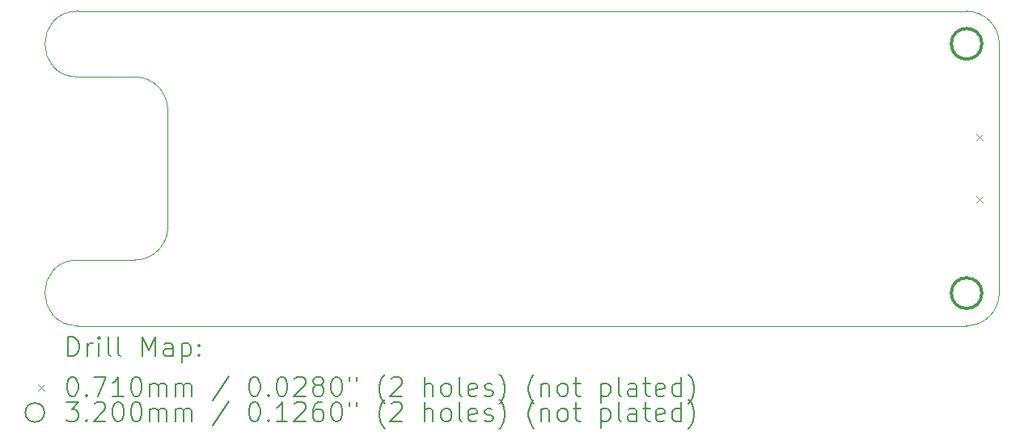
<source format=gbr>
%TF.GenerationSoftware,KiCad,Pcbnew,7.0.2*%
%TF.CreationDate,2024-05-08T22:38:07+07:00*%
%TF.ProjectId,multiport component tester,6d756c74-6970-46f7-9274-20636f6d706f,rev?*%
%TF.SameCoordinates,Original*%
%TF.FileFunction,Drillmap*%
%TF.FilePolarity,Positive*%
%FSLAX45Y45*%
G04 Gerber Fmt 4.5, Leading zero omitted, Abs format (unit mm)*
G04 Created by KiCad (PCBNEW 7.0.2) date 2024-05-08 22:38:07*
%MOMM*%
%LPD*%
G01*
G04 APERTURE LIST*
%ADD10C,0.100000*%
%ADD11C,0.200000*%
%ADD12C,0.071000*%
%ADD13C,0.320000*%
G04 APERTURE END LIST*
D10*
X7367000Y-8729026D02*
X7367000Y-9958974D01*
X6426013Y-10303974D02*
X7022000Y-10303974D01*
X16071000Y-8039000D02*
G75*
G03*
X15726000Y-7694000I-345000J0D01*
G01*
X6426013Y-8384026D02*
X7022000Y-8384026D01*
X7367004Y-8729026D02*
G75*
G03*
X7022000Y-8384026I-345004J-4D01*
G01*
X6426013Y-7694000D02*
X15726000Y-7694000D01*
X15726000Y-10994000D02*
X6426013Y-10994000D01*
X6426013Y-10303974D02*
G75*
G03*
X6426013Y-10994000I0J-345013D01*
G01*
X15726000Y-10994000D02*
G75*
G03*
X16071000Y-10649000I0J345000D01*
G01*
X7022000Y-10303974D02*
G75*
G03*
X7367000Y-9958974I0J345000D01*
G01*
X6426013Y-7694000D02*
G75*
G03*
X6426013Y-8384026I0J-345013D01*
G01*
X16071000Y-8039000D02*
X16071000Y-10649000D01*
D11*
D12*
X15827000Y-8983000D02*
X15898000Y-9054000D01*
X15898000Y-8983000D02*
X15827000Y-9054000D01*
X15827000Y-9634000D02*
X15898000Y-9705000D01*
X15898000Y-9634000D02*
X15827000Y-9705000D01*
D13*
X15888500Y-8036500D02*
G75*
G03*
X15888500Y-8036500I-160000J0D01*
G01*
X15888500Y-10651500D02*
G75*
G03*
X15888500Y-10651500I-160000J0D01*
G01*
D11*
X6323619Y-11311524D02*
X6323619Y-11111524D01*
X6323619Y-11111524D02*
X6371238Y-11111524D01*
X6371238Y-11111524D02*
X6399809Y-11121048D01*
X6399809Y-11121048D02*
X6418857Y-11140095D01*
X6418857Y-11140095D02*
X6428381Y-11159143D01*
X6428381Y-11159143D02*
X6437905Y-11197238D01*
X6437905Y-11197238D02*
X6437905Y-11225809D01*
X6437905Y-11225809D02*
X6428381Y-11263905D01*
X6428381Y-11263905D02*
X6418857Y-11282952D01*
X6418857Y-11282952D02*
X6399809Y-11302000D01*
X6399809Y-11302000D02*
X6371238Y-11311524D01*
X6371238Y-11311524D02*
X6323619Y-11311524D01*
X6523619Y-11311524D02*
X6523619Y-11178190D01*
X6523619Y-11216286D02*
X6533143Y-11197238D01*
X6533143Y-11197238D02*
X6542667Y-11187714D01*
X6542667Y-11187714D02*
X6561714Y-11178190D01*
X6561714Y-11178190D02*
X6580762Y-11178190D01*
X6647428Y-11311524D02*
X6647428Y-11178190D01*
X6647428Y-11111524D02*
X6637905Y-11121048D01*
X6637905Y-11121048D02*
X6647428Y-11130571D01*
X6647428Y-11130571D02*
X6656952Y-11121048D01*
X6656952Y-11121048D02*
X6647428Y-11111524D01*
X6647428Y-11111524D02*
X6647428Y-11130571D01*
X6771238Y-11311524D02*
X6752190Y-11302000D01*
X6752190Y-11302000D02*
X6742667Y-11282952D01*
X6742667Y-11282952D02*
X6742667Y-11111524D01*
X6876000Y-11311524D02*
X6856952Y-11302000D01*
X6856952Y-11302000D02*
X6847428Y-11282952D01*
X6847428Y-11282952D02*
X6847428Y-11111524D01*
X7104571Y-11311524D02*
X7104571Y-11111524D01*
X7104571Y-11111524D02*
X7171238Y-11254381D01*
X7171238Y-11254381D02*
X7237905Y-11111524D01*
X7237905Y-11111524D02*
X7237905Y-11311524D01*
X7418857Y-11311524D02*
X7418857Y-11206762D01*
X7418857Y-11206762D02*
X7409333Y-11187714D01*
X7409333Y-11187714D02*
X7390286Y-11178190D01*
X7390286Y-11178190D02*
X7352190Y-11178190D01*
X7352190Y-11178190D02*
X7333143Y-11187714D01*
X7418857Y-11302000D02*
X7399809Y-11311524D01*
X7399809Y-11311524D02*
X7352190Y-11311524D01*
X7352190Y-11311524D02*
X7333143Y-11302000D01*
X7333143Y-11302000D02*
X7323619Y-11282952D01*
X7323619Y-11282952D02*
X7323619Y-11263905D01*
X7323619Y-11263905D02*
X7333143Y-11244857D01*
X7333143Y-11244857D02*
X7352190Y-11235333D01*
X7352190Y-11235333D02*
X7399809Y-11235333D01*
X7399809Y-11235333D02*
X7418857Y-11225809D01*
X7514095Y-11178190D02*
X7514095Y-11378190D01*
X7514095Y-11187714D02*
X7533143Y-11178190D01*
X7533143Y-11178190D02*
X7571238Y-11178190D01*
X7571238Y-11178190D02*
X7590286Y-11187714D01*
X7590286Y-11187714D02*
X7599809Y-11197238D01*
X7599809Y-11197238D02*
X7609333Y-11216286D01*
X7609333Y-11216286D02*
X7609333Y-11273428D01*
X7609333Y-11273428D02*
X7599809Y-11292476D01*
X7599809Y-11292476D02*
X7590286Y-11302000D01*
X7590286Y-11302000D02*
X7571238Y-11311524D01*
X7571238Y-11311524D02*
X7533143Y-11311524D01*
X7533143Y-11311524D02*
X7514095Y-11302000D01*
X7695048Y-11292476D02*
X7704571Y-11302000D01*
X7704571Y-11302000D02*
X7695048Y-11311524D01*
X7695048Y-11311524D02*
X7685524Y-11302000D01*
X7685524Y-11302000D02*
X7695048Y-11292476D01*
X7695048Y-11292476D02*
X7695048Y-11311524D01*
X7695048Y-11187714D02*
X7704571Y-11197238D01*
X7704571Y-11197238D02*
X7695048Y-11206762D01*
X7695048Y-11206762D02*
X7685524Y-11197238D01*
X7685524Y-11197238D02*
X7695048Y-11187714D01*
X7695048Y-11187714D02*
X7695048Y-11206762D01*
D12*
X6005000Y-11603500D02*
X6076000Y-11674500D01*
X6076000Y-11603500D02*
X6005000Y-11674500D01*
D11*
X6361714Y-11531524D02*
X6380762Y-11531524D01*
X6380762Y-11531524D02*
X6399809Y-11541048D01*
X6399809Y-11541048D02*
X6409333Y-11550571D01*
X6409333Y-11550571D02*
X6418857Y-11569619D01*
X6418857Y-11569619D02*
X6428381Y-11607714D01*
X6428381Y-11607714D02*
X6428381Y-11655333D01*
X6428381Y-11655333D02*
X6418857Y-11693428D01*
X6418857Y-11693428D02*
X6409333Y-11712476D01*
X6409333Y-11712476D02*
X6399809Y-11722000D01*
X6399809Y-11722000D02*
X6380762Y-11731524D01*
X6380762Y-11731524D02*
X6361714Y-11731524D01*
X6361714Y-11731524D02*
X6342667Y-11722000D01*
X6342667Y-11722000D02*
X6333143Y-11712476D01*
X6333143Y-11712476D02*
X6323619Y-11693428D01*
X6323619Y-11693428D02*
X6314095Y-11655333D01*
X6314095Y-11655333D02*
X6314095Y-11607714D01*
X6314095Y-11607714D02*
X6323619Y-11569619D01*
X6323619Y-11569619D02*
X6333143Y-11550571D01*
X6333143Y-11550571D02*
X6342667Y-11541048D01*
X6342667Y-11541048D02*
X6361714Y-11531524D01*
X6514095Y-11712476D02*
X6523619Y-11722000D01*
X6523619Y-11722000D02*
X6514095Y-11731524D01*
X6514095Y-11731524D02*
X6504571Y-11722000D01*
X6504571Y-11722000D02*
X6514095Y-11712476D01*
X6514095Y-11712476D02*
X6514095Y-11731524D01*
X6590286Y-11531524D02*
X6723619Y-11531524D01*
X6723619Y-11531524D02*
X6637905Y-11731524D01*
X6904571Y-11731524D02*
X6790286Y-11731524D01*
X6847428Y-11731524D02*
X6847428Y-11531524D01*
X6847428Y-11531524D02*
X6828381Y-11560095D01*
X6828381Y-11560095D02*
X6809333Y-11579143D01*
X6809333Y-11579143D02*
X6790286Y-11588667D01*
X7028381Y-11531524D02*
X7047429Y-11531524D01*
X7047429Y-11531524D02*
X7066476Y-11541048D01*
X7066476Y-11541048D02*
X7076000Y-11550571D01*
X7076000Y-11550571D02*
X7085524Y-11569619D01*
X7085524Y-11569619D02*
X7095048Y-11607714D01*
X7095048Y-11607714D02*
X7095048Y-11655333D01*
X7095048Y-11655333D02*
X7085524Y-11693428D01*
X7085524Y-11693428D02*
X7076000Y-11712476D01*
X7076000Y-11712476D02*
X7066476Y-11722000D01*
X7066476Y-11722000D02*
X7047429Y-11731524D01*
X7047429Y-11731524D02*
X7028381Y-11731524D01*
X7028381Y-11731524D02*
X7009333Y-11722000D01*
X7009333Y-11722000D02*
X6999809Y-11712476D01*
X6999809Y-11712476D02*
X6990286Y-11693428D01*
X6990286Y-11693428D02*
X6980762Y-11655333D01*
X6980762Y-11655333D02*
X6980762Y-11607714D01*
X6980762Y-11607714D02*
X6990286Y-11569619D01*
X6990286Y-11569619D02*
X6999809Y-11550571D01*
X6999809Y-11550571D02*
X7009333Y-11541048D01*
X7009333Y-11541048D02*
X7028381Y-11531524D01*
X7180762Y-11731524D02*
X7180762Y-11598190D01*
X7180762Y-11617238D02*
X7190286Y-11607714D01*
X7190286Y-11607714D02*
X7209333Y-11598190D01*
X7209333Y-11598190D02*
X7237905Y-11598190D01*
X7237905Y-11598190D02*
X7256952Y-11607714D01*
X7256952Y-11607714D02*
X7266476Y-11626762D01*
X7266476Y-11626762D02*
X7266476Y-11731524D01*
X7266476Y-11626762D02*
X7276000Y-11607714D01*
X7276000Y-11607714D02*
X7295048Y-11598190D01*
X7295048Y-11598190D02*
X7323619Y-11598190D01*
X7323619Y-11598190D02*
X7342667Y-11607714D01*
X7342667Y-11607714D02*
X7352190Y-11626762D01*
X7352190Y-11626762D02*
X7352190Y-11731524D01*
X7447429Y-11731524D02*
X7447429Y-11598190D01*
X7447429Y-11617238D02*
X7456952Y-11607714D01*
X7456952Y-11607714D02*
X7476000Y-11598190D01*
X7476000Y-11598190D02*
X7504571Y-11598190D01*
X7504571Y-11598190D02*
X7523619Y-11607714D01*
X7523619Y-11607714D02*
X7533143Y-11626762D01*
X7533143Y-11626762D02*
X7533143Y-11731524D01*
X7533143Y-11626762D02*
X7542667Y-11607714D01*
X7542667Y-11607714D02*
X7561714Y-11598190D01*
X7561714Y-11598190D02*
X7590286Y-11598190D01*
X7590286Y-11598190D02*
X7609333Y-11607714D01*
X7609333Y-11607714D02*
X7618857Y-11626762D01*
X7618857Y-11626762D02*
X7618857Y-11731524D01*
X8009333Y-11522000D02*
X7837905Y-11779143D01*
X8266476Y-11531524D02*
X8285524Y-11531524D01*
X8285524Y-11531524D02*
X8304572Y-11541048D01*
X8304572Y-11541048D02*
X8314095Y-11550571D01*
X8314095Y-11550571D02*
X8323619Y-11569619D01*
X8323619Y-11569619D02*
X8333143Y-11607714D01*
X8333143Y-11607714D02*
X8333143Y-11655333D01*
X8333143Y-11655333D02*
X8323619Y-11693428D01*
X8323619Y-11693428D02*
X8314095Y-11712476D01*
X8314095Y-11712476D02*
X8304572Y-11722000D01*
X8304572Y-11722000D02*
X8285524Y-11731524D01*
X8285524Y-11731524D02*
X8266476Y-11731524D01*
X8266476Y-11731524D02*
X8247429Y-11722000D01*
X8247429Y-11722000D02*
X8237905Y-11712476D01*
X8237905Y-11712476D02*
X8228381Y-11693428D01*
X8228381Y-11693428D02*
X8218857Y-11655333D01*
X8218857Y-11655333D02*
X8218857Y-11607714D01*
X8218857Y-11607714D02*
X8228381Y-11569619D01*
X8228381Y-11569619D02*
X8237905Y-11550571D01*
X8237905Y-11550571D02*
X8247429Y-11541048D01*
X8247429Y-11541048D02*
X8266476Y-11531524D01*
X8418857Y-11712476D02*
X8428381Y-11722000D01*
X8428381Y-11722000D02*
X8418857Y-11731524D01*
X8418857Y-11731524D02*
X8409334Y-11722000D01*
X8409334Y-11722000D02*
X8418857Y-11712476D01*
X8418857Y-11712476D02*
X8418857Y-11731524D01*
X8552191Y-11531524D02*
X8571238Y-11531524D01*
X8571238Y-11531524D02*
X8590286Y-11541048D01*
X8590286Y-11541048D02*
X8599810Y-11550571D01*
X8599810Y-11550571D02*
X8609334Y-11569619D01*
X8609334Y-11569619D02*
X8618857Y-11607714D01*
X8618857Y-11607714D02*
X8618857Y-11655333D01*
X8618857Y-11655333D02*
X8609334Y-11693428D01*
X8609334Y-11693428D02*
X8599810Y-11712476D01*
X8599810Y-11712476D02*
X8590286Y-11722000D01*
X8590286Y-11722000D02*
X8571238Y-11731524D01*
X8571238Y-11731524D02*
X8552191Y-11731524D01*
X8552191Y-11731524D02*
X8533143Y-11722000D01*
X8533143Y-11722000D02*
X8523619Y-11712476D01*
X8523619Y-11712476D02*
X8514095Y-11693428D01*
X8514095Y-11693428D02*
X8504572Y-11655333D01*
X8504572Y-11655333D02*
X8504572Y-11607714D01*
X8504572Y-11607714D02*
X8514095Y-11569619D01*
X8514095Y-11569619D02*
X8523619Y-11550571D01*
X8523619Y-11550571D02*
X8533143Y-11541048D01*
X8533143Y-11541048D02*
X8552191Y-11531524D01*
X8695048Y-11550571D02*
X8704572Y-11541048D01*
X8704572Y-11541048D02*
X8723619Y-11531524D01*
X8723619Y-11531524D02*
X8771238Y-11531524D01*
X8771238Y-11531524D02*
X8790286Y-11541048D01*
X8790286Y-11541048D02*
X8799810Y-11550571D01*
X8799810Y-11550571D02*
X8809334Y-11569619D01*
X8809334Y-11569619D02*
X8809334Y-11588667D01*
X8809334Y-11588667D02*
X8799810Y-11617238D01*
X8799810Y-11617238D02*
X8685524Y-11731524D01*
X8685524Y-11731524D02*
X8809334Y-11731524D01*
X8923619Y-11617238D02*
X8904572Y-11607714D01*
X8904572Y-11607714D02*
X8895048Y-11598190D01*
X8895048Y-11598190D02*
X8885524Y-11579143D01*
X8885524Y-11579143D02*
X8885524Y-11569619D01*
X8885524Y-11569619D02*
X8895048Y-11550571D01*
X8895048Y-11550571D02*
X8904572Y-11541048D01*
X8904572Y-11541048D02*
X8923619Y-11531524D01*
X8923619Y-11531524D02*
X8961715Y-11531524D01*
X8961715Y-11531524D02*
X8980762Y-11541048D01*
X8980762Y-11541048D02*
X8990286Y-11550571D01*
X8990286Y-11550571D02*
X8999810Y-11569619D01*
X8999810Y-11569619D02*
X8999810Y-11579143D01*
X8999810Y-11579143D02*
X8990286Y-11598190D01*
X8990286Y-11598190D02*
X8980762Y-11607714D01*
X8980762Y-11607714D02*
X8961715Y-11617238D01*
X8961715Y-11617238D02*
X8923619Y-11617238D01*
X8923619Y-11617238D02*
X8904572Y-11626762D01*
X8904572Y-11626762D02*
X8895048Y-11636286D01*
X8895048Y-11636286D02*
X8885524Y-11655333D01*
X8885524Y-11655333D02*
X8885524Y-11693428D01*
X8885524Y-11693428D02*
X8895048Y-11712476D01*
X8895048Y-11712476D02*
X8904572Y-11722000D01*
X8904572Y-11722000D02*
X8923619Y-11731524D01*
X8923619Y-11731524D02*
X8961715Y-11731524D01*
X8961715Y-11731524D02*
X8980762Y-11722000D01*
X8980762Y-11722000D02*
X8990286Y-11712476D01*
X8990286Y-11712476D02*
X8999810Y-11693428D01*
X8999810Y-11693428D02*
X8999810Y-11655333D01*
X8999810Y-11655333D02*
X8990286Y-11636286D01*
X8990286Y-11636286D02*
X8980762Y-11626762D01*
X8980762Y-11626762D02*
X8961715Y-11617238D01*
X9123619Y-11531524D02*
X9142667Y-11531524D01*
X9142667Y-11531524D02*
X9161715Y-11541048D01*
X9161715Y-11541048D02*
X9171238Y-11550571D01*
X9171238Y-11550571D02*
X9180762Y-11569619D01*
X9180762Y-11569619D02*
X9190286Y-11607714D01*
X9190286Y-11607714D02*
X9190286Y-11655333D01*
X9190286Y-11655333D02*
X9180762Y-11693428D01*
X9180762Y-11693428D02*
X9171238Y-11712476D01*
X9171238Y-11712476D02*
X9161715Y-11722000D01*
X9161715Y-11722000D02*
X9142667Y-11731524D01*
X9142667Y-11731524D02*
X9123619Y-11731524D01*
X9123619Y-11731524D02*
X9104572Y-11722000D01*
X9104572Y-11722000D02*
X9095048Y-11712476D01*
X9095048Y-11712476D02*
X9085524Y-11693428D01*
X9085524Y-11693428D02*
X9076000Y-11655333D01*
X9076000Y-11655333D02*
X9076000Y-11607714D01*
X9076000Y-11607714D02*
X9085524Y-11569619D01*
X9085524Y-11569619D02*
X9095048Y-11550571D01*
X9095048Y-11550571D02*
X9104572Y-11541048D01*
X9104572Y-11541048D02*
X9123619Y-11531524D01*
X9266476Y-11531524D02*
X9266476Y-11569619D01*
X9342667Y-11531524D02*
X9342667Y-11569619D01*
X9637905Y-11807714D02*
X9628381Y-11798190D01*
X9628381Y-11798190D02*
X9609334Y-11769619D01*
X9609334Y-11769619D02*
X9599810Y-11750571D01*
X9599810Y-11750571D02*
X9590286Y-11722000D01*
X9590286Y-11722000D02*
X9580762Y-11674381D01*
X9580762Y-11674381D02*
X9580762Y-11636286D01*
X9580762Y-11636286D02*
X9590286Y-11588667D01*
X9590286Y-11588667D02*
X9599810Y-11560095D01*
X9599810Y-11560095D02*
X9609334Y-11541048D01*
X9609334Y-11541048D02*
X9628381Y-11512476D01*
X9628381Y-11512476D02*
X9637905Y-11502952D01*
X9704572Y-11550571D02*
X9714096Y-11541048D01*
X9714096Y-11541048D02*
X9733143Y-11531524D01*
X9733143Y-11531524D02*
X9780762Y-11531524D01*
X9780762Y-11531524D02*
X9799810Y-11541048D01*
X9799810Y-11541048D02*
X9809334Y-11550571D01*
X9809334Y-11550571D02*
X9818857Y-11569619D01*
X9818857Y-11569619D02*
X9818857Y-11588667D01*
X9818857Y-11588667D02*
X9809334Y-11617238D01*
X9809334Y-11617238D02*
X9695048Y-11731524D01*
X9695048Y-11731524D02*
X9818857Y-11731524D01*
X10056953Y-11731524D02*
X10056953Y-11531524D01*
X10142667Y-11731524D02*
X10142667Y-11626762D01*
X10142667Y-11626762D02*
X10133143Y-11607714D01*
X10133143Y-11607714D02*
X10114096Y-11598190D01*
X10114096Y-11598190D02*
X10085524Y-11598190D01*
X10085524Y-11598190D02*
X10066477Y-11607714D01*
X10066477Y-11607714D02*
X10056953Y-11617238D01*
X10266477Y-11731524D02*
X10247429Y-11722000D01*
X10247429Y-11722000D02*
X10237905Y-11712476D01*
X10237905Y-11712476D02*
X10228381Y-11693428D01*
X10228381Y-11693428D02*
X10228381Y-11636286D01*
X10228381Y-11636286D02*
X10237905Y-11617238D01*
X10237905Y-11617238D02*
X10247429Y-11607714D01*
X10247429Y-11607714D02*
X10266477Y-11598190D01*
X10266477Y-11598190D02*
X10295048Y-11598190D01*
X10295048Y-11598190D02*
X10314096Y-11607714D01*
X10314096Y-11607714D02*
X10323619Y-11617238D01*
X10323619Y-11617238D02*
X10333143Y-11636286D01*
X10333143Y-11636286D02*
X10333143Y-11693428D01*
X10333143Y-11693428D02*
X10323619Y-11712476D01*
X10323619Y-11712476D02*
X10314096Y-11722000D01*
X10314096Y-11722000D02*
X10295048Y-11731524D01*
X10295048Y-11731524D02*
X10266477Y-11731524D01*
X10447429Y-11731524D02*
X10428381Y-11722000D01*
X10428381Y-11722000D02*
X10418858Y-11702952D01*
X10418858Y-11702952D02*
X10418858Y-11531524D01*
X10599810Y-11722000D02*
X10580762Y-11731524D01*
X10580762Y-11731524D02*
X10542667Y-11731524D01*
X10542667Y-11731524D02*
X10523619Y-11722000D01*
X10523619Y-11722000D02*
X10514096Y-11702952D01*
X10514096Y-11702952D02*
X10514096Y-11626762D01*
X10514096Y-11626762D02*
X10523619Y-11607714D01*
X10523619Y-11607714D02*
X10542667Y-11598190D01*
X10542667Y-11598190D02*
X10580762Y-11598190D01*
X10580762Y-11598190D02*
X10599810Y-11607714D01*
X10599810Y-11607714D02*
X10609334Y-11626762D01*
X10609334Y-11626762D02*
X10609334Y-11645809D01*
X10609334Y-11645809D02*
X10514096Y-11664857D01*
X10685524Y-11722000D02*
X10704572Y-11731524D01*
X10704572Y-11731524D02*
X10742667Y-11731524D01*
X10742667Y-11731524D02*
X10761715Y-11722000D01*
X10761715Y-11722000D02*
X10771239Y-11702952D01*
X10771239Y-11702952D02*
X10771239Y-11693428D01*
X10771239Y-11693428D02*
X10761715Y-11674381D01*
X10761715Y-11674381D02*
X10742667Y-11664857D01*
X10742667Y-11664857D02*
X10714096Y-11664857D01*
X10714096Y-11664857D02*
X10695048Y-11655333D01*
X10695048Y-11655333D02*
X10685524Y-11636286D01*
X10685524Y-11636286D02*
X10685524Y-11626762D01*
X10685524Y-11626762D02*
X10695048Y-11607714D01*
X10695048Y-11607714D02*
X10714096Y-11598190D01*
X10714096Y-11598190D02*
X10742667Y-11598190D01*
X10742667Y-11598190D02*
X10761715Y-11607714D01*
X10837905Y-11807714D02*
X10847429Y-11798190D01*
X10847429Y-11798190D02*
X10866477Y-11769619D01*
X10866477Y-11769619D02*
X10876000Y-11750571D01*
X10876000Y-11750571D02*
X10885524Y-11722000D01*
X10885524Y-11722000D02*
X10895048Y-11674381D01*
X10895048Y-11674381D02*
X10895048Y-11636286D01*
X10895048Y-11636286D02*
X10885524Y-11588667D01*
X10885524Y-11588667D02*
X10876000Y-11560095D01*
X10876000Y-11560095D02*
X10866477Y-11541048D01*
X10866477Y-11541048D02*
X10847429Y-11512476D01*
X10847429Y-11512476D02*
X10837905Y-11502952D01*
X11199810Y-11807714D02*
X11190286Y-11798190D01*
X11190286Y-11798190D02*
X11171239Y-11769619D01*
X11171239Y-11769619D02*
X11161715Y-11750571D01*
X11161715Y-11750571D02*
X11152191Y-11722000D01*
X11152191Y-11722000D02*
X11142667Y-11674381D01*
X11142667Y-11674381D02*
X11142667Y-11636286D01*
X11142667Y-11636286D02*
X11152191Y-11588667D01*
X11152191Y-11588667D02*
X11161715Y-11560095D01*
X11161715Y-11560095D02*
X11171239Y-11541048D01*
X11171239Y-11541048D02*
X11190286Y-11512476D01*
X11190286Y-11512476D02*
X11199810Y-11502952D01*
X11276000Y-11598190D02*
X11276000Y-11731524D01*
X11276000Y-11617238D02*
X11285524Y-11607714D01*
X11285524Y-11607714D02*
X11304572Y-11598190D01*
X11304572Y-11598190D02*
X11333143Y-11598190D01*
X11333143Y-11598190D02*
X11352191Y-11607714D01*
X11352191Y-11607714D02*
X11361715Y-11626762D01*
X11361715Y-11626762D02*
X11361715Y-11731524D01*
X11485524Y-11731524D02*
X11466477Y-11722000D01*
X11466477Y-11722000D02*
X11456953Y-11712476D01*
X11456953Y-11712476D02*
X11447429Y-11693428D01*
X11447429Y-11693428D02*
X11447429Y-11636286D01*
X11447429Y-11636286D02*
X11456953Y-11617238D01*
X11456953Y-11617238D02*
X11466477Y-11607714D01*
X11466477Y-11607714D02*
X11485524Y-11598190D01*
X11485524Y-11598190D02*
X11514096Y-11598190D01*
X11514096Y-11598190D02*
X11533143Y-11607714D01*
X11533143Y-11607714D02*
X11542667Y-11617238D01*
X11542667Y-11617238D02*
X11552191Y-11636286D01*
X11552191Y-11636286D02*
X11552191Y-11693428D01*
X11552191Y-11693428D02*
X11542667Y-11712476D01*
X11542667Y-11712476D02*
X11533143Y-11722000D01*
X11533143Y-11722000D02*
X11514096Y-11731524D01*
X11514096Y-11731524D02*
X11485524Y-11731524D01*
X11609334Y-11598190D02*
X11685524Y-11598190D01*
X11637905Y-11531524D02*
X11637905Y-11702952D01*
X11637905Y-11702952D02*
X11647429Y-11722000D01*
X11647429Y-11722000D02*
X11666477Y-11731524D01*
X11666477Y-11731524D02*
X11685524Y-11731524D01*
X11904572Y-11598190D02*
X11904572Y-11798190D01*
X11904572Y-11607714D02*
X11923619Y-11598190D01*
X11923619Y-11598190D02*
X11961715Y-11598190D01*
X11961715Y-11598190D02*
X11980762Y-11607714D01*
X11980762Y-11607714D02*
X11990286Y-11617238D01*
X11990286Y-11617238D02*
X11999810Y-11636286D01*
X11999810Y-11636286D02*
X11999810Y-11693428D01*
X11999810Y-11693428D02*
X11990286Y-11712476D01*
X11990286Y-11712476D02*
X11980762Y-11722000D01*
X11980762Y-11722000D02*
X11961715Y-11731524D01*
X11961715Y-11731524D02*
X11923619Y-11731524D01*
X11923619Y-11731524D02*
X11904572Y-11722000D01*
X12114096Y-11731524D02*
X12095048Y-11722000D01*
X12095048Y-11722000D02*
X12085524Y-11702952D01*
X12085524Y-11702952D02*
X12085524Y-11531524D01*
X12276000Y-11731524D02*
X12276000Y-11626762D01*
X12276000Y-11626762D02*
X12266477Y-11607714D01*
X12266477Y-11607714D02*
X12247429Y-11598190D01*
X12247429Y-11598190D02*
X12209334Y-11598190D01*
X12209334Y-11598190D02*
X12190286Y-11607714D01*
X12276000Y-11722000D02*
X12256953Y-11731524D01*
X12256953Y-11731524D02*
X12209334Y-11731524D01*
X12209334Y-11731524D02*
X12190286Y-11722000D01*
X12190286Y-11722000D02*
X12180762Y-11702952D01*
X12180762Y-11702952D02*
X12180762Y-11683905D01*
X12180762Y-11683905D02*
X12190286Y-11664857D01*
X12190286Y-11664857D02*
X12209334Y-11655333D01*
X12209334Y-11655333D02*
X12256953Y-11655333D01*
X12256953Y-11655333D02*
X12276000Y-11645809D01*
X12342667Y-11598190D02*
X12418858Y-11598190D01*
X12371239Y-11531524D02*
X12371239Y-11702952D01*
X12371239Y-11702952D02*
X12380762Y-11722000D01*
X12380762Y-11722000D02*
X12399810Y-11731524D01*
X12399810Y-11731524D02*
X12418858Y-11731524D01*
X12561715Y-11722000D02*
X12542667Y-11731524D01*
X12542667Y-11731524D02*
X12504572Y-11731524D01*
X12504572Y-11731524D02*
X12485524Y-11722000D01*
X12485524Y-11722000D02*
X12476000Y-11702952D01*
X12476000Y-11702952D02*
X12476000Y-11626762D01*
X12476000Y-11626762D02*
X12485524Y-11607714D01*
X12485524Y-11607714D02*
X12504572Y-11598190D01*
X12504572Y-11598190D02*
X12542667Y-11598190D01*
X12542667Y-11598190D02*
X12561715Y-11607714D01*
X12561715Y-11607714D02*
X12571239Y-11626762D01*
X12571239Y-11626762D02*
X12571239Y-11645809D01*
X12571239Y-11645809D02*
X12476000Y-11664857D01*
X12742667Y-11731524D02*
X12742667Y-11531524D01*
X12742667Y-11722000D02*
X12723620Y-11731524D01*
X12723620Y-11731524D02*
X12685524Y-11731524D01*
X12685524Y-11731524D02*
X12666477Y-11722000D01*
X12666477Y-11722000D02*
X12656953Y-11712476D01*
X12656953Y-11712476D02*
X12647429Y-11693428D01*
X12647429Y-11693428D02*
X12647429Y-11636286D01*
X12647429Y-11636286D02*
X12656953Y-11617238D01*
X12656953Y-11617238D02*
X12666477Y-11607714D01*
X12666477Y-11607714D02*
X12685524Y-11598190D01*
X12685524Y-11598190D02*
X12723620Y-11598190D01*
X12723620Y-11598190D02*
X12742667Y-11607714D01*
X12818858Y-11807714D02*
X12828381Y-11798190D01*
X12828381Y-11798190D02*
X12847429Y-11769619D01*
X12847429Y-11769619D02*
X12856953Y-11750571D01*
X12856953Y-11750571D02*
X12866477Y-11722000D01*
X12866477Y-11722000D02*
X12876000Y-11674381D01*
X12876000Y-11674381D02*
X12876000Y-11636286D01*
X12876000Y-11636286D02*
X12866477Y-11588667D01*
X12866477Y-11588667D02*
X12856953Y-11560095D01*
X12856953Y-11560095D02*
X12847429Y-11541048D01*
X12847429Y-11541048D02*
X12828381Y-11512476D01*
X12828381Y-11512476D02*
X12818858Y-11502952D01*
X6076000Y-11903000D02*
G75*
G03*
X6076000Y-11903000I-100000J0D01*
G01*
X6304571Y-11795524D02*
X6428381Y-11795524D01*
X6428381Y-11795524D02*
X6361714Y-11871714D01*
X6361714Y-11871714D02*
X6390286Y-11871714D01*
X6390286Y-11871714D02*
X6409333Y-11881238D01*
X6409333Y-11881238D02*
X6418857Y-11890762D01*
X6418857Y-11890762D02*
X6428381Y-11909809D01*
X6428381Y-11909809D02*
X6428381Y-11957428D01*
X6428381Y-11957428D02*
X6418857Y-11976476D01*
X6418857Y-11976476D02*
X6409333Y-11986000D01*
X6409333Y-11986000D02*
X6390286Y-11995524D01*
X6390286Y-11995524D02*
X6333143Y-11995524D01*
X6333143Y-11995524D02*
X6314095Y-11986000D01*
X6314095Y-11986000D02*
X6304571Y-11976476D01*
X6514095Y-11976476D02*
X6523619Y-11986000D01*
X6523619Y-11986000D02*
X6514095Y-11995524D01*
X6514095Y-11995524D02*
X6504571Y-11986000D01*
X6504571Y-11986000D02*
X6514095Y-11976476D01*
X6514095Y-11976476D02*
X6514095Y-11995524D01*
X6599809Y-11814571D02*
X6609333Y-11805048D01*
X6609333Y-11805048D02*
X6628381Y-11795524D01*
X6628381Y-11795524D02*
X6676000Y-11795524D01*
X6676000Y-11795524D02*
X6695048Y-11805048D01*
X6695048Y-11805048D02*
X6704571Y-11814571D01*
X6704571Y-11814571D02*
X6714095Y-11833619D01*
X6714095Y-11833619D02*
X6714095Y-11852667D01*
X6714095Y-11852667D02*
X6704571Y-11881238D01*
X6704571Y-11881238D02*
X6590286Y-11995524D01*
X6590286Y-11995524D02*
X6714095Y-11995524D01*
X6837905Y-11795524D02*
X6856952Y-11795524D01*
X6856952Y-11795524D02*
X6876000Y-11805048D01*
X6876000Y-11805048D02*
X6885524Y-11814571D01*
X6885524Y-11814571D02*
X6895048Y-11833619D01*
X6895048Y-11833619D02*
X6904571Y-11871714D01*
X6904571Y-11871714D02*
X6904571Y-11919333D01*
X6904571Y-11919333D02*
X6895048Y-11957428D01*
X6895048Y-11957428D02*
X6885524Y-11976476D01*
X6885524Y-11976476D02*
X6876000Y-11986000D01*
X6876000Y-11986000D02*
X6856952Y-11995524D01*
X6856952Y-11995524D02*
X6837905Y-11995524D01*
X6837905Y-11995524D02*
X6818857Y-11986000D01*
X6818857Y-11986000D02*
X6809333Y-11976476D01*
X6809333Y-11976476D02*
X6799809Y-11957428D01*
X6799809Y-11957428D02*
X6790286Y-11919333D01*
X6790286Y-11919333D02*
X6790286Y-11871714D01*
X6790286Y-11871714D02*
X6799809Y-11833619D01*
X6799809Y-11833619D02*
X6809333Y-11814571D01*
X6809333Y-11814571D02*
X6818857Y-11805048D01*
X6818857Y-11805048D02*
X6837905Y-11795524D01*
X7028381Y-11795524D02*
X7047429Y-11795524D01*
X7047429Y-11795524D02*
X7066476Y-11805048D01*
X7066476Y-11805048D02*
X7076000Y-11814571D01*
X7076000Y-11814571D02*
X7085524Y-11833619D01*
X7085524Y-11833619D02*
X7095048Y-11871714D01*
X7095048Y-11871714D02*
X7095048Y-11919333D01*
X7095048Y-11919333D02*
X7085524Y-11957428D01*
X7085524Y-11957428D02*
X7076000Y-11976476D01*
X7076000Y-11976476D02*
X7066476Y-11986000D01*
X7066476Y-11986000D02*
X7047429Y-11995524D01*
X7047429Y-11995524D02*
X7028381Y-11995524D01*
X7028381Y-11995524D02*
X7009333Y-11986000D01*
X7009333Y-11986000D02*
X6999809Y-11976476D01*
X6999809Y-11976476D02*
X6990286Y-11957428D01*
X6990286Y-11957428D02*
X6980762Y-11919333D01*
X6980762Y-11919333D02*
X6980762Y-11871714D01*
X6980762Y-11871714D02*
X6990286Y-11833619D01*
X6990286Y-11833619D02*
X6999809Y-11814571D01*
X6999809Y-11814571D02*
X7009333Y-11805048D01*
X7009333Y-11805048D02*
X7028381Y-11795524D01*
X7180762Y-11995524D02*
X7180762Y-11862190D01*
X7180762Y-11881238D02*
X7190286Y-11871714D01*
X7190286Y-11871714D02*
X7209333Y-11862190D01*
X7209333Y-11862190D02*
X7237905Y-11862190D01*
X7237905Y-11862190D02*
X7256952Y-11871714D01*
X7256952Y-11871714D02*
X7266476Y-11890762D01*
X7266476Y-11890762D02*
X7266476Y-11995524D01*
X7266476Y-11890762D02*
X7276000Y-11871714D01*
X7276000Y-11871714D02*
X7295048Y-11862190D01*
X7295048Y-11862190D02*
X7323619Y-11862190D01*
X7323619Y-11862190D02*
X7342667Y-11871714D01*
X7342667Y-11871714D02*
X7352190Y-11890762D01*
X7352190Y-11890762D02*
X7352190Y-11995524D01*
X7447429Y-11995524D02*
X7447429Y-11862190D01*
X7447429Y-11881238D02*
X7456952Y-11871714D01*
X7456952Y-11871714D02*
X7476000Y-11862190D01*
X7476000Y-11862190D02*
X7504571Y-11862190D01*
X7504571Y-11862190D02*
X7523619Y-11871714D01*
X7523619Y-11871714D02*
X7533143Y-11890762D01*
X7533143Y-11890762D02*
X7533143Y-11995524D01*
X7533143Y-11890762D02*
X7542667Y-11871714D01*
X7542667Y-11871714D02*
X7561714Y-11862190D01*
X7561714Y-11862190D02*
X7590286Y-11862190D01*
X7590286Y-11862190D02*
X7609333Y-11871714D01*
X7609333Y-11871714D02*
X7618857Y-11890762D01*
X7618857Y-11890762D02*
X7618857Y-11995524D01*
X8009333Y-11786000D02*
X7837905Y-12043143D01*
X8266476Y-11795524D02*
X8285524Y-11795524D01*
X8285524Y-11795524D02*
X8304572Y-11805048D01*
X8304572Y-11805048D02*
X8314095Y-11814571D01*
X8314095Y-11814571D02*
X8323619Y-11833619D01*
X8323619Y-11833619D02*
X8333143Y-11871714D01*
X8333143Y-11871714D02*
X8333143Y-11919333D01*
X8333143Y-11919333D02*
X8323619Y-11957428D01*
X8323619Y-11957428D02*
X8314095Y-11976476D01*
X8314095Y-11976476D02*
X8304572Y-11986000D01*
X8304572Y-11986000D02*
X8285524Y-11995524D01*
X8285524Y-11995524D02*
X8266476Y-11995524D01*
X8266476Y-11995524D02*
X8247429Y-11986000D01*
X8247429Y-11986000D02*
X8237905Y-11976476D01*
X8237905Y-11976476D02*
X8228381Y-11957428D01*
X8228381Y-11957428D02*
X8218857Y-11919333D01*
X8218857Y-11919333D02*
X8218857Y-11871714D01*
X8218857Y-11871714D02*
X8228381Y-11833619D01*
X8228381Y-11833619D02*
X8237905Y-11814571D01*
X8237905Y-11814571D02*
X8247429Y-11805048D01*
X8247429Y-11805048D02*
X8266476Y-11795524D01*
X8418857Y-11976476D02*
X8428381Y-11986000D01*
X8428381Y-11986000D02*
X8418857Y-11995524D01*
X8418857Y-11995524D02*
X8409334Y-11986000D01*
X8409334Y-11986000D02*
X8418857Y-11976476D01*
X8418857Y-11976476D02*
X8418857Y-11995524D01*
X8618857Y-11995524D02*
X8504572Y-11995524D01*
X8561714Y-11995524D02*
X8561714Y-11795524D01*
X8561714Y-11795524D02*
X8542667Y-11824095D01*
X8542667Y-11824095D02*
X8523619Y-11843143D01*
X8523619Y-11843143D02*
X8504572Y-11852667D01*
X8695048Y-11814571D02*
X8704572Y-11805048D01*
X8704572Y-11805048D02*
X8723619Y-11795524D01*
X8723619Y-11795524D02*
X8771238Y-11795524D01*
X8771238Y-11795524D02*
X8790286Y-11805048D01*
X8790286Y-11805048D02*
X8799810Y-11814571D01*
X8799810Y-11814571D02*
X8809334Y-11833619D01*
X8809334Y-11833619D02*
X8809334Y-11852667D01*
X8809334Y-11852667D02*
X8799810Y-11881238D01*
X8799810Y-11881238D02*
X8685524Y-11995524D01*
X8685524Y-11995524D02*
X8809334Y-11995524D01*
X8980762Y-11795524D02*
X8942667Y-11795524D01*
X8942667Y-11795524D02*
X8923619Y-11805048D01*
X8923619Y-11805048D02*
X8914095Y-11814571D01*
X8914095Y-11814571D02*
X8895048Y-11843143D01*
X8895048Y-11843143D02*
X8885524Y-11881238D01*
X8885524Y-11881238D02*
X8885524Y-11957428D01*
X8885524Y-11957428D02*
X8895048Y-11976476D01*
X8895048Y-11976476D02*
X8904572Y-11986000D01*
X8904572Y-11986000D02*
X8923619Y-11995524D01*
X8923619Y-11995524D02*
X8961715Y-11995524D01*
X8961715Y-11995524D02*
X8980762Y-11986000D01*
X8980762Y-11986000D02*
X8990286Y-11976476D01*
X8990286Y-11976476D02*
X8999810Y-11957428D01*
X8999810Y-11957428D02*
X8999810Y-11909809D01*
X8999810Y-11909809D02*
X8990286Y-11890762D01*
X8990286Y-11890762D02*
X8980762Y-11881238D01*
X8980762Y-11881238D02*
X8961715Y-11871714D01*
X8961715Y-11871714D02*
X8923619Y-11871714D01*
X8923619Y-11871714D02*
X8904572Y-11881238D01*
X8904572Y-11881238D02*
X8895048Y-11890762D01*
X8895048Y-11890762D02*
X8885524Y-11909809D01*
X9123619Y-11795524D02*
X9142667Y-11795524D01*
X9142667Y-11795524D02*
X9161715Y-11805048D01*
X9161715Y-11805048D02*
X9171238Y-11814571D01*
X9171238Y-11814571D02*
X9180762Y-11833619D01*
X9180762Y-11833619D02*
X9190286Y-11871714D01*
X9190286Y-11871714D02*
X9190286Y-11919333D01*
X9190286Y-11919333D02*
X9180762Y-11957428D01*
X9180762Y-11957428D02*
X9171238Y-11976476D01*
X9171238Y-11976476D02*
X9161715Y-11986000D01*
X9161715Y-11986000D02*
X9142667Y-11995524D01*
X9142667Y-11995524D02*
X9123619Y-11995524D01*
X9123619Y-11995524D02*
X9104572Y-11986000D01*
X9104572Y-11986000D02*
X9095048Y-11976476D01*
X9095048Y-11976476D02*
X9085524Y-11957428D01*
X9085524Y-11957428D02*
X9076000Y-11919333D01*
X9076000Y-11919333D02*
X9076000Y-11871714D01*
X9076000Y-11871714D02*
X9085524Y-11833619D01*
X9085524Y-11833619D02*
X9095048Y-11814571D01*
X9095048Y-11814571D02*
X9104572Y-11805048D01*
X9104572Y-11805048D02*
X9123619Y-11795524D01*
X9266476Y-11795524D02*
X9266476Y-11833619D01*
X9342667Y-11795524D02*
X9342667Y-11833619D01*
X9637905Y-12071714D02*
X9628381Y-12062190D01*
X9628381Y-12062190D02*
X9609334Y-12033619D01*
X9609334Y-12033619D02*
X9599810Y-12014571D01*
X9599810Y-12014571D02*
X9590286Y-11986000D01*
X9590286Y-11986000D02*
X9580762Y-11938381D01*
X9580762Y-11938381D02*
X9580762Y-11900286D01*
X9580762Y-11900286D02*
X9590286Y-11852667D01*
X9590286Y-11852667D02*
X9599810Y-11824095D01*
X9599810Y-11824095D02*
X9609334Y-11805048D01*
X9609334Y-11805048D02*
X9628381Y-11776476D01*
X9628381Y-11776476D02*
X9637905Y-11766952D01*
X9704572Y-11814571D02*
X9714096Y-11805048D01*
X9714096Y-11805048D02*
X9733143Y-11795524D01*
X9733143Y-11795524D02*
X9780762Y-11795524D01*
X9780762Y-11795524D02*
X9799810Y-11805048D01*
X9799810Y-11805048D02*
X9809334Y-11814571D01*
X9809334Y-11814571D02*
X9818857Y-11833619D01*
X9818857Y-11833619D02*
X9818857Y-11852667D01*
X9818857Y-11852667D02*
X9809334Y-11881238D01*
X9809334Y-11881238D02*
X9695048Y-11995524D01*
X9695048Y-11995524D02*
X9818857Y-11995524D01*
X10056953Y-11995524D02*
X10056953Y-11795524D01*
X10142667Y-11995524D02*
X10142667Y-11890762D01*
X10142667Y-11890762D02*
X10133143Y-11871714D01*
X10133143Y-11871714D02*
X10114096Y-11862190D01*
X10114096Y-11862190D02*
X10085524Y-11862190D01*
X10085524Y-11862190D02*
X10066477Y-11871714D01*
X10066477Y-11871714D02*
X10056953Y-11881238D01*
X10266477Y-11995524D02*
X10247429Y-11986000D01*
X10247429Y-11986000D02*
X10237905Y-11976476D01*
X10237905Y-11976476D02*
X10228381Y-11957428D01*
X10228381Y-11957428D02*
X10228381Y-11900286D01*
X10228381Y-11900286D02*
X10237905Y-11881238D01*
X10237905Y-11881238D02*
X10247429Y-11871714D01*
X10247429Y-11871714D02*
X10266477Y-11862190D01*
X10266477Y-11862190D02*
X10295048Y-11862190D01*
X10295048Y-11862190D02*
X10314096Y-11871714D01*
X10314096Y-11871714D02*
X10323619Y-11881238D01*
X10323619Y-11881238D02*
X10333143Y-11900286D01*
X10333143Y-11900286D02*
X10333143Y-11957428D01*
X10333143Y-11957428D02*
X10323619Y-11976476D01*
X10323619Y-11976476D02*
X10314096Y-11986000D01*
X10314096Y-11986000D02*
X10295048Y-11995524D01*
X10295048Y-11995524D02*
X10266477Y-11995524D01*
X10447429Y-11995524D02*
X10428381Y-11986000D01*
X10428381Y-11986000D02*
X10418858Y-11966952D01*
X10418858Y-11966952D02*
X10418858Y-11795524D01*
X10599810Y-11986000D02*
X10580762Y-11995524D01*
X10580762Y-11995524D02*
X10542667Y-11995524D01*
X10542667Y-11995524D02*
X10523619Y-11986000D01*
X10523619Y-11986000D02*
X10514096Y-11966952D01*
X10514096Y-11966952D02*
X10514096Y-11890762D01*
X10514096Y-11890762D02*
X10523619Y-11871714D01*
X10523619Y-11871714D02*
X10542667Y-11862190D01*
X10542667Y-11862190D02*
X10580762Y-11862190D01*
X10580762Y-11862190D02*
X10599810Y-11871714D01*
X10599810Y-11871714D02*
X10609334Y-11890762D01*
X10609334Y-11890762D02*
X10609334Y-11909809D01*
X10609334Y-11909809D02*
X10514096Y-11928857D01*
X10685524Y-11986000D02*
X10704572Y-11995524D01*
X10704572Y-11995524D02*
X10742667Y-11995524D01*
X10742667Y-11995524D02*
X10761715Y-11986000D01*
X10761715Y-11986000D02*
X10771239Y-11966952D01*
X10771239Y-11966952D02*
X10771239Y-11957428D01*
X10771239Y-11957428D02*
X10761715Y-11938381D01*
X10761715Y-11938381D02*
X10742667Y-11928857D01*
X10742667Y-11928857D02*
X10714096Y-11928857D01*
X10714096Y-11928857D02*
X10695048Y-11919333D01*
X10695048Y-11919333D02*
X10685524Y-11900286D01*
X10685524Y-11900286D02*
X10685524Y-11890762D01*
X10685524Y-11890762D02*
X10695048Y-11871714D01*
X10695048Y-11871714D02*
X10714096Y-11862190D01*
X10714096Y-11862190D02*
X10742667Y-11862190D01*
X10742667Y-11862190D02*
X10761715Y-11871714D01*
X10837905Y-12071714D02*
X10847429Y-12062190D01*
X10847429Y-12062190D02*
X10866477Y-12033619D01*
X10866477Y-12033619D02*
X10876000Y-12014571D01*
X10876000Y-12014571D02*
X10885524Y-11986000D01*
X10885524Y-11986000D02*
X10895048Y-11938381D01*
X10895048Y-11938381D02*
X10895048Y-11900286D01*
X10895048Y-11900286D02*
X10885524Y-11852667D01*
X10885524Y-11852667D02*
X10876000Y-11824095D01*
X10876000Y-11824095D02*
X10866477Y-11805048D01*
X10866477Y-11805048D02*
X10847429Y-11776476D01*
X10847429Y-11776476D02*
X10837905Y-11766952D01*
X11199810Y-12071714D02*
X11190286Y-12062190D01*
X11190286Y-12062190D02*
X11171239Y-12033619D01*
X11171239Y-12033619D02*
X11161715Y-12014571D01*
X11161715Y-12014571D02*
X11152191Y-11986000D01*
X11152191Y-11986000D02*
X11142667Y-11938381D01*
X11142667Y-11938381D02*
X11142667Y-11900286D01*
X11142667Y-11900286D02*
X11152191Y-11852667D01*
X11152191Y-11852667D02*
X11161715Y-11824095D01*
X11161715Y-11824095D02*
X11171239Y-11805048D01*
X11171239Y-11805048D02*
X11190286Y-11776476D01*
X11190286Y-11776476D02*
X11199810Y-11766952D01*
X11276000Y-11862190D02*
X11276000Y-11995524D01*
X11276000Y-11881238D02*
X11285524Y-11871714D01*
X11285524Y-11871714D02*
X11304572Y-11862190D01*
X11304572Y-11862190D02*
X11333143Y-11862190D01*
X11333143Y-11862190D02*
X11352191Y-11871714D01*
X11352191Y-11871714D02*
X11361715Y-11890762D01*
X11361715Y-11890762D02*
X11361715Y-11995524D01*
X11485524Y-11995524D02*
X11466477Y-11986000D01*
X11466477Y-11986000D02*
X11456953Y-11976476D01*
X11456953Y-11976476D02*
X11447429Y-11957428D01*
X11447429Y-11957428D02*
X11447429Y-11900286D01*
X11447429Y-11900286D02*
X11456953Y-11881238D01*
X11456953Y-11881238D02*
X11466477Y-11871714D01*
X11466477Y-11871714D02*
X11485524Y-11862190D01*
X11485524Y-11862190D02*
X11514096Y-11862190D01*
X11514096Y-11862190D02*
X11533143Y-11871714D01*
X11533143Y-11871714D02*
X11542667Y-11881238D01*
X11542667Y-11881238D02*
X11552191Y-11900286D01*
X11552191Y-11900286D02*
X11552191Y-11957428D01*
X11552191Y-11957428D02*
X11542667Y-11976476D01*
X11542667Y-11976476D02*
X11533143Y-11986000D01*
X11533143Y-11986000D02*
X11514096Y-11995524D01*
X11514096Y-11995524D02*
X11485524Y-11995524D01*
X11609334Y-11862190D02*
X11685524Y-11862190D01*
X11637905Y-11795524D02*
X11637905Y-11966952D01*
X11637905Y-11966952D02*
X11647429Y-11986000D01*
X11647429Y-11986000D02*
X11666477Y-11995524D01*
X11666477Y-11995524D02*
X11685524Y-11995524D01*
X11904572Y-11862190D02*
X11904572Y-12062190D01*
X11904572Y-11871714D02*
X11923619Y-11862190D01*
X11923619Y-11862190D02*
X11961715Y-11862190D01*
X11961715Y-11862190D02*
X11980762Y-11871714D01*
X11980762Y-11871714D02*
X11990286Y-11881238D01*
X11990286Y-11881238D02*
X11999810Y-11900286D01*
X11999810Y-11900286D02*
X11999810Y-11957428D01*
X11999810Y-11957428D02*
X11990286Y-11976476D01*
X11990286Y-11976476D02*
X11980762Y-11986000D01*
X11980762Y-11986000D02*
X11961715Y-11995524D01*
X11961715Y-11995524D02*
X11923619Y-11995524D01*
X11923619Y-11995524D02*
X11904572Y-11986000D01*
X12114096Y-11995524D02*
X12095048Y-11986000D01*
X12095048Y-11986000D02*
X12085524Y-11966952D01*
X12085524Y-11966952D02*
X12085524Y-11795524D01*
X12276000Y-11995524D02*
X12276000Y-11890762D01*
X12276000Y-11890762D02*
X12266477Y-11871714D01*
X12266477Y-11871714D02*
X12247429Y-11862190D01*
X12247429Y-11862190D02*
X12209334Y-11862190D01*
X12209334Y-11862190D02*
X12190286Y-11871714D01*
X12276000Y-11986000D02*
X12256953Y-11995524D01*
X12256953Y-11995524D02*
X12209334Y-11995524D01*
X12209334Y-11995524D02*
X12190286Y-11986000D01*
X12190286Y-11986000D02*
X12180762Y-11966952D01*
X12180762Y-11966952D02*
X12180762Y-11947905D01*
X12180762Y-11947905D02*
X12190286Y-11928857D01*
X12190286Y-11928857D02*
X12209334Y-11919333D01*
X12209334Y-11919333D02*
X12256953Y-11919333D01*
X12256953Y-11919333D02*
X12276000Y-11909809D01*
X12342667Y-11862190D02*
X12418858Y-11862190D01*
X12371239Y-11795524D02*
X12371239Y-11966952D01*
X12371239Y-11966952D02*
X12380762Y-11986000D01*
X12380762Y-11986000D02*
X12399810Y-11995524D01*
X12399810Y-11995524D02*
X12418858Y-11995524D01*
X12561715Y-11986000D02*
X12542667Y-11995524D01*
X12542667Y-11995524D02*
X12504572Y-11995524D01*
X12504572Y-11995524D02*
X12485524Y-11986000D01*
X12485524Y-11986000D02*
X12476000Y-11966952D01*
X12476000Y-11966952D02*
X12476000Y-11890762D01*
X12476000Y-11890762D02*
X12485524Y-11871714D01*
X12485524Y-11871714D02*
X12504572Y-11862190D01*
X12504572Y-11862190D02*
X12542667Y-11862190D01*
X12542667Y-11862190D02*
X12561715Y-11871714D01*
X12561715Y-11871714D02*
X12571239Y-11890762D01*
X12571239Y-11890762D02*
X12571239Y-11909809D01*
X12571239Y-11909809D02*
X12476000Y-11928857D01*
X12742667Y-11995524D02*
X12742667Y-11795524D01*
X12742667Y-11986000D02*
X12723620Y-11995524D01*
X12723620Y-11995524D02*
X12685524Y-11995524D01*
X12685524Y-11995524D02*
X12666477Y-11986000D01*
X12666477Y-11986000D02*
X12656953Y-11976476D01*
X12656953Y-11976476D02*
X12647429Y-11957428D01*
X12647429Y-11957428D02*
X12647429Y-11900286D01*
X12647429Y-11900286D02*
X12656953Y-11881238D01*
X12656953Y-11881238D02*
X12666477Y-11871714D01*
X12666477Y-11871714D02*
X12685524Y-11862190D01*
X12685524Y-11862190D02*
X12723620Y-11862190D01*
X12723620Y-11862190D02*
X12742667Y-11871714D01*
X12818858Y-12071714D02*
X12828381Y-12062190D01*
X12828381Y-12062190D02*
X12847429Y-12033619D01*
X12847429Y-12033619D02*
X12856953Y-12014571D01*
X12856953Y-12014571D02*
X12866477Y-11986000D01*
X12866477Y-11986000D02*
X12876000Y-11938381D01*
X12876000Y-11938381D02*
X12876000Y-11900286D01*
X12876000Y-11900286D02*
X12866477Y-11852667D01*
X12866477Y-11852667D02*
X12856953Y-11824095D01*
X12856953Y-11824095D02*
X12847429Y-11805048D01*
X12847429Y-11805048D02*
X12828381Y-11776476D01*
X12828381Y-11776476D02*
X12818858Y-11766952D01*
M02*

</source>
